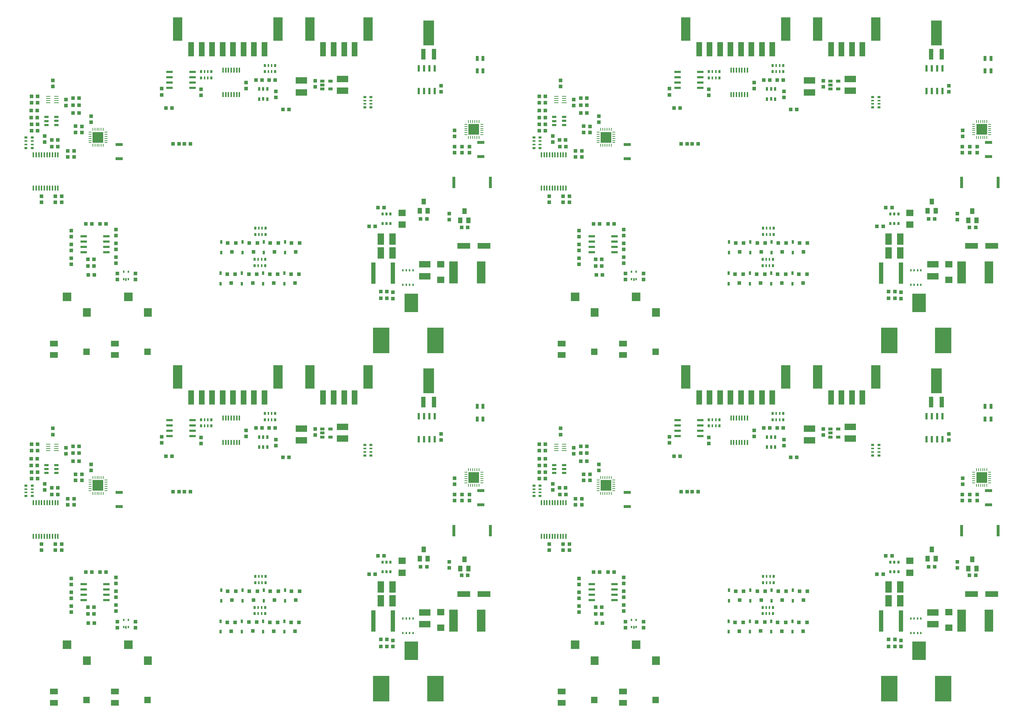
<source format=gtp>
G04*
G04 #@! TF.GenerationSoftware,Altium Limited,Altium Designer,19.0.8 (182)*
G04*
G04 Layer_Color=8421504*
%FSLAX25Y25*%
%MOIN*%
G70*
G01*
G75*
%ADD11R,0.02200X0.03000*%
%ADD12R,0.03740X0.03740*%
%ADD13R,0.04173X0.02559*%
%ADD14R,0.10700X0.06300*%
%ADD15R,0.03740X0.03740*%
%ADD16R,0.02362X0.02953*%
%ADD17R,0.01575X0.02953*%
%ADD18R,0.08661X0.22047*%
%ADD19R,0.05512X0.13386*%
%ADD20R,0.03200X0.03600*%
%ADD21R,0.02400X0.03200*%
%ADD22R,0.02400X0.03200*%
%ADD23R,0.01200X0.04800*%
%ADD24R,0.02953X0.02362*%
%ADD25R,0.02953X0.01575*%
%ADD26O,0.04528X0.00984*%
%ADD27R,0.04528X0.00984*%
%ADD28R,0.02756X0.00984*%
%ADD29R,0.10236X0.10236*%
%ADD30R,0.00984X0.02756*%
%ADD31R,0.11900X0.05600*%
%ADD32R,0.02800X0.04800*%
%ADD34R,0.06693X0.03150*%
%ADD39R,0.04000X0.05600*%
%ADD41R,0.10236X0.10236*%
%ADD42R,0.06200X0.02400*%
%ADD43R,0.07100X0.06300*%
%ADD45R,0.12992X0.17323*%
%ADD46R,0.15354X0.24410*%
%ADD47R,0.07900X0.20900*%
%ADD48R,0.06600X0.06000*%
%ADD49R,0.06300X0.10700*%
%ADD50R,0.02400X0.06000*%
%ADD51R,0.01500X0.02000*%
%ADD52R,0.01200X0.02600*%
%ADD53R,0.06000X0.02400*%
%ADD54R,0.01496X0.04921*%
%ADD55R,0.04000X0.09900*%
%ADD56R,0.09900X0.23700*%
%ADD57R,0.01496X0.02362*%
%ADD59R,0.04331X0.02200*%
%ADD90R,0.07480X0.05512*%
%ADD91R,0.07874X0.08268*%
%ADD92R,0.05906X0.06299*%
%ADD93R,0.07480X0.08268*%
%ADD94R,0.02756X0.11024*%
%ADD95R,0.03937X0.20079*%
D11*
X389403Y150000D02*
D03*
X393143D02*
D03*
X396943D02*
D03*
Y159000D02*
D03*
X389403D02*
D03*
X393143D02*
D03*
X866890Y150000D02*
D03*
X870630D02*
D03*
X874430D02*
D03*
Y159000D02*
D03*
X866890D02*
D03*
X870630D02*
D03*
X389403Y477487D02*
D03*
X393143D02*
D03*
X396943D02*
D03*
Y486487D02*
D03*
X389403D02*
D03*
X393143D02*
D03*
X866890Y477487D02*
D03*
X870630D02*
D03*
X874430D02*
D03*
Y486487D02*
D03*
X866890D02*
D03*
X870630D02*
D03*
D12*
X276140Y285233D02*
D03*
X270432D02*
D03*
X59492Y269840D02*
D03*
X65200D02*
D03*
X59285Y256300D02*
D03*
X64994D02*
D03*
X104140Y261500D02*
D03*
X98432D02*
D03*
X59272Y249881D02*
D03*
X64981D02*
D03*
X112451Y110198D02*
D03*
X118160D02*
D03*
X116160Y149698D02*
D03*
X110451D02*
D03*
X387884Y79654D02*
D03*
X393593D02*
D03*
X382593Y147500D02*
D03*
X376884D02*
D03*
X393593Y86154D02*
D03*
X387884D02*
D03*
X469593Y146500D02*
D03*
X463884D02*
D03*
X65200Y263840D02*
D03*
X59492D02*
D03*
X98432Y268000D02*
D03*
X104140D02*
D03*
X104175Y254040D02*
D03*
X98466D02*
D03*
X84100Y228840D02*
D03*
X78392D02*
D03*
X84300Y222440D02*
D03*
X78592D02*
D03*
X65140Y237500D02*
D03*
X59432D02*
D03*
X65140Y243500D02*
D03*
X59432D02*
D03*
X118190Y116498D02*
D03*
X112481D02*
D03*
X112951Y101698D02*
D03*
X118660D02*
D03*
X129660Y149698D02*
D03*
X123951D02*
D03*
X288668Y285233D02*
D03*
X282959D02*
D03*
X301513Y257500D02*
D03*
X295804D02*
D03*
X208831Y225173D02*
D03*
X203122D02*
D03*
X192634D02*
D03*
X198343D02*
D03*
X185932Y258700D02*
D03*
X191640D02*
D03*
X431093Y154500D02*
D03*
X425384D02*
D03*
X390940Y165000D02*
D03*
X385232D02*
D03*
X753627Y285233D02*
D03*
X747919D02*
D03*
X536979Y269840D02*
D03*
X542687D02*
D03*
X536772Y256300D02*
D03*
X542481D02*
D03*
X581628Y261500D02*
D03*
X575919D02*
D03*
X536759Y249881D02*
D03*
X542468D02*
D03*
X589938Y110198D02*
D03*
X595647D02*
D03*
X593647Y149698D02*
D03*
X587938D02*
D03*
X865371Y79654D02*
D03*
X871080D02*
D03*
X860080Y147500D02*
D03*
X854371D02*
D03*
X871080Y86154D02*
D03*
X865371D02*
D03*
X947080Y146500D02*
D03*
X941371D02*
D03*
X542687Y263840D02*
D03*
X536979D02*
D03*
X575919Y268000D02*
D03*
X581628D02*
D03*
X581662Y254040D02*
D03*
X575953D02*
D03*
X561587Y228840D02*
D03*
X555879D02*
D03*
X561787Y222440D02*
D03*
X556079D02*
D03*
X542627Y237500D02*
D03*
X536919D02*
D03*
X542627Y243500D02*
D03*
X536919D02*
D03*
X595677Y116498D02*
D03*
X589968D02*
D03*
X590438Y101698D02*
D03*
X596147D02*
D03*
X607147Y149698D02*
D03*
X601438D02*
D03*
X766155Y285233D02*
D03*
X760446D02*
D03*
X779000Y257500D02*
D03*
X773291D02*
D03*
X686318Y225173D02*
D03*
X680609D02*
D03*
X670121D02*
D03*
X675830D02*
D03*
X663419Y258700D02*
D03*
X669128D02*
D03*
X908580Y154500D02*
D03*
X902871D02*
D03*
X868427Y165000D02*
D03*
X862719D02*
D03*
X276140Y612720D02*
D03*
X270432D02*
D03*
X59492Y597327D02*
D03*
X65200D02*
D03*
X59285Y583787D02*
D03*
X64994D02*
D03*
X104140Y588987D02*
D03*
X98432D02*
D03*
X59272Y577368D02*
D03*
X64981D02*
D03*
X112451Y437685D02*
D03*
X118160D02*
D03*
X116160Y477185D02*
D03*
X110451D02*
D03*
X387884Y407140D02*
D03*
X393593D02*
D03*
X382593Y474987D02*
D03*
X376884D02*
D03*
X393593Y413640D02*
D03*
X387884D02*
D03*
X469593Y473987D02*
D03*
X463884D02*
D03*
X65200Y591327D02*
D03*
X59492D02*
D03*
X98432Y595487D02*
D03*
X104140D02*
D03*
X104175Y581527D02*
D03*
X98466D02*
D03*
X84100Y556327D02*
D03*
X78392D02*
D03*
X84300Y549927D02*
D03*
X78592D02*
D03*
X65140Y564987D02*
D03*
X59432D02*
D03*
X65140Y570987D02*
D03*
X59432D02*
D03*
X118190Y443985D02*
D03*
X112481D02*
D03*
X112951Y429185D02*
D03*
X118660D02*
D03*
X129660Y477185D02*
D03*
X123951D02*
D03*
X288668Y612720D02*
D03*
X282959D02*
D03*
X301513Y584987D02*
D03*
X295804D02*
D03*
X208831Y552660D02*
D03*
X203122D02*
D03*
X192634D02*
D03*
X198343D02*
D03*
X185932Y586187D02*
D03*
X191640D02*
D03*
X431093Y481987D02*
D03*
X425384D02*
D03*
X390940Y492487D02*
D03*
X385232D02*
D03*
X753627Y612720D02*
D03*
X747919D02*
D03*
X536979Y597327D02*
D03*
X542687D02*
D03*
X536772Y583787D02*
D03*
X542481D02*
D03*
X581628Y588987D02*
D03*
X575919D02*
D03*
X536759Y577368D02*
D03*
X542468D02*
D03*
X589938Y437685D02*
D03*
X595647D02*
D03*
X593647Y477185D02*
D03*
X587938D02*
D03*
X865371Y407140D02*
D03*
X871080D02*
D03*
X860080Y474987D02*
D03*
X854371D02*
D03*
X871080Y413640D02*
D03*
X865371D02*
D03*
X947080Y473987D02*
D03*
X941371D02*
D03*
X542687Y591327D02*
D03*
X536979D02*
D03*
X575919Y595487D02*
D03*
X581628D02*
D03*
X581662Y581527D02*
D03*
X575953D02*
D03*
X561587Y556327D02*
D03*
X555879D02*
D03*
X561787Y549927D02*
D03*
X556079D02*
D03*
X542627Y564987D02*
D03*
X536919D02*
D03*
X542627Y570987D02*
D03*
X536919D02*
D03*
X595677Y443985D02*
D03*
X589968D02*
D03*
X590438Y429185D02*
D03*
X596147D02*
D03*
X607147Y477185D02*
D03*
X601438D02*
D03*
X766155Y612720D02*
D03*
X760446D02*
D03*
X779000Y584987D02*
D03*
X773291D02*
D03*
X686318Y552660D02*
D03*
X680609D02*
D03*
X670121D02*
D03*
X675830D02*
D03*
X663419Y586187D02*
D03*
X669128D02*
D03*
X908580Y481987D02*
D03*
X902871D02*
D03*
X868427Y492487D02*
D03*
X862719D02*
D03*
D13*
X340526Y284190D02*
D03*
Y276710D02*
D03*
X333046D02*
D03*
Y280450D02*
D03*
Y284190D02*
D03*
X818013D02*
D03*
Y276710D02*
D03*
X810533D02*
D03*
Y280450D02*
D03*
Y284190D02*
D03*
X340526Y611677D02*
D03*
Y604197D02*
D03*
X333046D02*
D03*
Y607937D02*
D03*
Y611677D02*
D03*
X818013D02*
D03*
Y604197D02*
D03*
X810533D02*
D03*
Y607937D02*
D03*
Y611677D02*
D03*
D14*
X351786Y275087D02*
D03*
Y286198D02*
D03*
X313286Y284632D02*
D03*
Y273520D02*
D03*
X429239Y100488D02*
D03*
Y111600D02*
D03*
X829273Y275087D02*
D03*
Y286198D02*
D03*
X790773Y284632D02*
D03*
Y273520D02*
D03*
X906725Y100488D02*
D03*
Y111600D02*
D03*
X351786Y602574D02*
D03*
Y613685D02*
D03*
X313286Y612119D02*
D03*
Y601007D02*
D03*
X429239Y427975D02*
D03*
Y439087D02*
D03*
X829273Y602574D02*
D03*
Y613685D02*
D03*
X790773Y612119D02*
D03*
Y601007D02*
D03*
X906725Y427975D02*
D03*
Y439087D02*
D03*
D15*
X326286Y278646D02*
D03*
Y284354D02*
D03*
X107046Y241541D02*
D03*
Y235832D02*
D03*
X79546Y284741D02*
D03*
Y279032D02*
D03*
X93546Y212832D02*
D03*
Y218541D02*
D03*
X99546Y212832D02*
D03*
Y218541D02*
D03*
X91846Y260986D02*
D03*
Y266694D02*
D03*
X138805Y112844D02*
D03*
Y118552D02*
D03*
Y125844D02*
D03*
Y131552D02*
D03*
Y144552D02*
D03*
Y138844D02*
D03*
X96805Y124844D02*
D03*
Y130552D02*
D03*
Y137844D02*
D03*
Y143552D02*
D03*
Y111844D02*
D03*
Y117552D02*
D03*
X140305Y97344D02*
D03*
Y103052D02*
D03*
X471167Y216824D02*
D03*
Y222533D02*
D03*
X464166D02*
D03*
Y216824D02*
D03*
X72046Y232541D02*
D03*
Y226832D02*
D03*
X68786Y175854D02*
D03*
Y170146D02*
D03*
X452239Y159354D02*
D03*
Y153646D02*
D03*
X115546Y245332D02*
D03*
Y251041D02*
D03*
X101046Y235876D02*
D03*
Y241584D02*
D03*
X81786Y175854D02*
D03*
Y170146D02*
D03*
X87786Y175854D02*
D03*
Y170146D02*
D03*
X399238Y85268D02*
D03*
Y79559D02*
D03*
X157286Y102975D02*
D03*
Y97267D02*
D03*
X218786Y276396D02*
D03*
Y270687D02*
D03*
X181786Y276939D02*
D03*
Y271230D02*
D03*
X261286Y277146D02*
D03*
Y282854D02*
D03*
X289286Y268646D02*
D03*
Y274354D02*
D03*
X457166Y222533D02*
D03*
Y216824D02*
D03*
X457286Y232146D02*
D03*
Y237854D02*
D03*
X444486Y273946D02*
D03*
Y279654D02*
D03*
X803773Y278646D02*
D03*
Y284354D02*
D03*
X584533Y241541D02*
D03*
Y235832D02*
D03*
X557033Y284741D02*
D03*
Y279032D02*
D03*
X571033Y212832D02*
D03*
Y218541D02*
D03*
X577033Y212832D02*
D03*
Y218541D02*
D03*
X569333Y260986D02*
D03*
Y266694D02*
D03*
X616292Y112844D02*
D03*
Y118552D02*
D03*
Y125844D02*
D03*
Y131552D02*
D03*
Y144552D02*
D03*
Y138844D02*
D03*
X574292Y124844D02*
D03*
Y130552D02*
D03*
Y137844D02*
D03*
Y143552D02*
D03*
Y111844D02*
D03*
Y117552D02*
D03*
X617792Y97344D02*
D03*
Y103052D02*
D03*
X948654Y216824D02*
D03*
Y222533D02*
D03*
X941654D02*
D03*
Y216824D02*
D03*
X549533Y232541D02*
D03*
Y226832D02*
D03*
X546273Y175854D02*
D03*
Y170146D02*
D03*
X929725Y159354D02*
D03*
Y153646D02*
D03*
X593033Y245332D02*
D03*
Y251041D02*
D03*
X578533Y235876D02*
D03*
Y241584D02*
D03*
X559273Y175854D02*
D03*
Y170146D02*
D03*
X565273Y175854D02*
D03*
Y170146D02*
D03*
X876725Y85268D02*
D03*
Y79559D02*
D03*
X634773Y102975D02*
D03*
Y97267D02*
D03*
X696273Y276396D02*
D03*
Y270687D02*
D03*
X659273Y276939D02*
D03*
Y271230D02*
D03*
X738773Y277146D02*
D03*
Y282854D02*
D03*
X766773Y268646D02*
D03*
Y274354D02*
D03*
X934653Y222533D02*
D03*
Y216824D02*
D03*
X934773Y232146D02*
D03*
Y237854D02*
D03*
X921973Y273946D02*
D03*
Y279654D02*
D03*
X326286Y606133D02*
D03*
Y611841D02*
D03*
X107046Y569028D02*
D03*
Y563319D02*
D03*
X79546Y612228D02*
D03*
Y606519D02*
D03*
X93546Y540319D02*
D03*
Y546028D02*
D03*
X99546Y540319D02*
D03*
Y546028D02*
D03*
X91846Y588473D02*
D03*
Y594181D02*
D03*
X138805Y440331D02*
D03*
Y446039D02*
D03*
Y453331D02*
D03*
Y459039D02*
D03*
Y472039D02*
D03*
Y466331D02*
D03*
X96805Y452331D02*
D03*
Y458039D02*
D03*
Y465331D02*
D03*
Y471039D02*
D03*
Y439331D02*
D03*
Y445039D02*
D03*
X140305Y424831D02*
D03*
Y430539D02*
D03*
X471167Y544311D02*
D03*
Y550020D02*
D03*
X464166D02*
D03*
Y544311D02*
D03*
X72046Y560028D02*
D03*
Y554319D02*
D03*
X68786Y503341D02*
D03*
Y497633D02*
D03*
X452239Y486841D02*
D03*
Y481133D02*
D03*
X115546Y572819D02*
D03*
Y578528D02*
D03*
X101046Y563363D02*
D03*
Y569071D02*
D03*
X81786Y503341D02*
D03*
Y497633D02*
D03*
X87786Y503341D02*
D03*
Y497633D02*
D03*
X399238Y412754D02*
D03*
Y407046D02*
D03*
X157286Y430462D02*
D03*
Y424754D02*
D03*
X218786Y603883D02*
D03*
Y598174D02*
D03*
X181786Y604426D02*
D03*
Y598717D02*
D03*
X261286Y604633D02*
D03*
Y610341D02*
D03*
X289286Y596133D02*
D03*
Y601841D02*
D03*
X457166Y550020D02*
D03*
Y544311D02*
D03*
X457286Y559633D02*
D03*
Y565341D02*
D03*
X444486Y601433D02*
D03*
Y607141D02*
D03*
X803773Y606133D02*
D03*
Y611841D02*
D03*
X584533Y569028D02*
D03*
Y563319D02*
D03*
X557033Y612228D02*
D03*
Y606519D02*
D03*
X571033Y540319D02*
D03*
Y546028D02*
D03*
X577033Y540319D02*
D03*
Y546028D02*
D03*
X569333Y588473D02*
D03*
Y594181D02*
D03*
X616292Y440331D02*
D03*
Y446039D02*
D03*
Y453331D02*
D03*
Y459039D02*
D03*
Y472039D02*
D03*
Y466331D02*
D03*
X574292Y452331D02*
D03*
Y458039D02*
D03*
Y465331D02*
D03*
Y471039D02*
D03*
Y439331D02*
D03*
Y445039D02*
D03*
X617792Y424831D02*
D03*
Y430539D02*
D03*
X948654Y544311D02*
D03*
Y550020D02*
D03*
X941654D02*
D03*
Y544311D02*
D03*
X549533Y560028D02*
D03*
Y554319D02*
D03*
X546273Y503341D02*
D03*
Y497633D02*
D03*
X929725Y486841D02*
D03*
Y481133D02*
D03*
X593033Y572819D02*
D03*
Y578528D02*
D03*
X578533Y563363D02*
D03*
Y569071D02*
D03*
X559273Y503341D02*
D03*
Y497633D02*
D03*
X565273Y503341D02*
D03*
Y497633D02*
D03*
X876725Y412754D02*
D03*
Y407046D02*
D03*
X634773Y430462D02*
D03*
Y424754D02*
D03*
X696273Y603883D02*
D03*
Y598174D02*
D03*
X659273Y604426D02*
D03*
Y598717D02*
D03*
X738773Y604633D02*
D03*
Y610341D02*
D03*
X766773Y596133D02*
D03*
Y601841D02*
D03*
X934653Y550020D02*
D03*
Y544311D02*
D03*
X934773Y559633D02*
D03*
Y565341D02*
D03*
X921973Y601433D02*
D03*
Y607141D02*
D03*
D16*
X279129Y116312D02*
D03*
Y110407D02*
D03*
X269286Y116312D02*
D03*
Y110407D02*
D03*
X279656Y145612D02*
D03*
Y139707D02*
D03*
X269814Y145612D02*
D03*
Y139707D02*
D03*
X288633Y298905D02*
D03*
Y293000D02*
D03*
X278790Y298905D02*
D03*
Y293000D02*
D03*
X228633Y292990D02*
D03*
Y287085D02*
D03*
X218790Y292990D02*
D03*
Y287085D02*
D03*
X756616Y116312D02*
D03*
Y110407D02*
D03*
X746773Y116312D02*
D03*
Y110407D02*
D03*
X757143Y145612D02*
D03*
Y139707D02*
D03*
X747301Y145612D02*
D03*
Y139707D02*
D03*
X766120Y298905D02*
D03*
Y293000D02*
D03*
X756277Y298905D02*
D03*
Y293000D02*
D03*
X706120Y292990D02*
D03*
Y287085D02*
D03*
X696277Y292990D02*
D03*
Y287085D02*
D03*
X279129Y443799D02*
D03*
Y437894D02*
D03*
X269286Y443799D02*
D03*
Y437894D02*
D03*
X279656Y473099D02*
D03*
Y467194D02*
D03*
X269814Y473099D02*
D03*
Y467194D02*
D03*
X288633Y626393D02*
D03*
Y620487D02*
D03*
X278790Y626393D02*
D03*
Y620487D02*
D03*
X228633Y620477D02*
D03*
Y614572D02*
D03*
X218790Y620477D02*
D03*
Y614572D02*
D03*
X756616Y443799D02*
D03*
Y437894D02*
D03*
X746773Y443799D02*
D03*
Y437894D02*
D03*
X757143Y473099D02*
D03*
Y467194D02*
D03*
X747301Y473099D02*
D03*
Y467194D02*
D03*
X766120Y626393D02*
D03*
Y620487D02*
D03*
X756277Y626393D02*
D03*
Y620487D02*
D03*
X706120Y620477D02*
D03*
Y614572D02*
D03*
X696277Y620477D02*
D03*
Y614572D02*
D03*
D17*
X275782Y116312D02*
D03*
Y110407D02*
D03*
X272633Y116312D02*
D03*
Y110407D02*
D03*
X276310Y145612D02*
D03*
Y139707D02*
D03*
X273160Y145612D02*
D03*
Y139707D02*
D03*
X285286Y298905D02*
D03*
Y293000D02*
D03*
X282137Y298905D02*
D03*
Y293000D02*
D03*
X225286Y292990D02*
D03*
Y287085D02*
D03*
X222137Y292990D02*
D03*
Y287085D02*
D03*
X753269Y116312D02*
D03*
Y110407D02*
D03*
X750120Y116312D02*
D03*
Y110407D02*
D03*
X753797Y145612D02*
D03*
Y139707D02*
D03*
X750647Y145612D02*
D03*
Y139707D02*
D03*
X762773Y298905D02*
D03*
Y293000D02*
D03*
X759623Y298905D02*
D03*
Y293000D02*
D03*
X702773Y292990D02*
D03*
Y287085D02*
D03*
X699623Y292990D02*
D03*
Y287085D02*
D03*
X275782Y443799D02*
D03*
Y437894D02*
D03*
X272633Y443799D02*
D03*
Y437894D02*
D03*
X276310Y473099D02*
D03*
Y467194D02*
D03*
X273160Y473099D02*
D03*
Y467194D02*
D03*
X285286Y626393D02*
D03*
Y620487D02*
D03*
X282137Y626393D02*
D03*
Y620487D02*
D03*
X225286Y620477D02*
D03*
Y614572D02*
D03*
X222137Y620477D02*
D03*
Y614572D02*
D03*
X753269Y443799D02*
D03*
Y437894D02*
D03*
X750120Y443799D02*
D03*
Y437894D02*
D03*
X753797Y473099D02*
D03*
Y467194D02*
D03*
X750647Y473099D02*
D03*
Y467194D02*
D03*
X762773Y626393D02*
D03*
Y620487D02*
D03*
X759623Y626393D02*
D03*
Y620487D02*
D03*
X702773Y620477D02*
D03*
Y614572D02*
D03*
X699623Y620477D02*
D03*
Y614572D02*
D03*
D18*
X375827Y333095D02*
D03*
X321103D02*
D03*
X291097D02*
D03*
X197003D02*
D03*
X853314D02*
D03*
X798590D02*
D03*
X768584D02*
D03*
X674490D02*
D03*
X375827Y660581D02*
D03*
X321103D02*
D03*
X291097D02*
D03*
X197003D02*
D03*
X853314D02*
D03*
X798590D02*
D03*
X768584D02*
D03*
X674490D02*
D03*
D19*
X363229Y314000D02*
D03*
X353386D02*
D03*
X343544D02*
D03*
X333701D02*
D03*
X278499D02*
D03*
X268656D02*
D03*
X258814D02*
D03*
X248971D02*
D03*
X239129D02*
D03*
X229286D02*
D03*
X219444D02*
D03*
X209601D02*
D03*
X840716D02*
D03*
X830873D02*
D03*
X821031D02*
D03*
X811188D02*
D03*
X755986D02*
D03*
X746143D02*
D03*
X736301D02*
D03*
X726458D02*
D03*
X716616D02*
D03*
X706773D02*
D03*
X696931D02*
D03*
X687088D02*
D03*
X363229Y641487D02*
D03*
X353386D02*
D03*
X343544D02*
D03*
X333701D02*
D03*
X278499D02*
D03*
X268656D02*
D03*
X258814D02*
D03*
X248971D02*
D03*
X239129D02*
D03*
X229286D02*
D03*
X219444D02*
D03*
X209601D02*
D03*
X840716D02*
D03*
X830873D02*
D03*
X821031D02*
D03*
X811188D02*
D03*
X755986D02*
D03*
X746143D02*
D03*
X736301D02*
D03*
X726458D02*
D03*
X716616D02*
D03*
X706773D02*
D03*
X696931D02*
D03*
X687088D02*
D03*
D20*
X247286Y94007D02*
D03*
X243486Y102344D02*
D03*
X251026D02*
D03*
X247814Y123307D02*
D03*
X244014Y131644D02*
D03*
X251554D02*
D03*
X307286Y94007D02*
D03*
X303486Y102344D02*
D03*
X311026D02*
D03*
X307814Y123307D02*
D03*
X304014Y131644D02*
D03*
X311554D02*
D03*
X287286Y94007D02*
D03*
X283486Y102344D02*
D03*
X291026D02*
D03*
X287814Y123307D02*
D03*
X284014Y131644D02*
D03*
X291554D02*
D03*
X267546Y94070D02*
D03*
X263746Y102407D02*
D03*
X271286D02*
D03*
X268074Y123370D02*
D03*
X264274Y131707D02*
D03*
X271814D02*
D03*
X724773Y94007D02*
D03*
X720973Y102344D02*
D03*
X728513D02*
D03*
X725301Y123307D02*
D03*
X721501Y131644D02*
D03*
X729041D02*
D03*
X784773Y94007D02*
D03*
X780973Y102344D02*
D03*
X788513D02*
D03*
X785301Y123307D02*
D03*
X781501Y131644D02*
D03*
X789041D02*
D03*
X764773Y94007D02*
D03*
X760973Y102344D02*
D03*
X768513D02*
D03*
X765301Y123307D02*
D03*
X761501Y131644D02*
D03*
X769041D02*
D03*
X745033Y94070D02*
D03*
X741233Y102407D02*
D03*
X748773D02*
D03*
X745561Y123370D02*
D03*
X741760Y131707D02*
D03*
X749301D02*
D03*
X247286Y421494D02*
D03*
X243486Y429831D02*
D03*
X251026D02*
D03*
X247814Y450794D02*
D03*
X244014Y459131D02*
D03*
X251554D02*
D03*
X307286Y421494D02*
D03*
X303486Y429831D02*
D03*
X311026D02*
D03*
X307814Y450794D02*
D03*
X304014Y459131D02*
D03*
X311554D02*
D03*
X287286Y421494D02*
D03*
X283486Y429831D02*
D03*
X291026D02*
D03*
X287814Y450794D02*
D03*
X284014Y459131D02*
D03*
X291554D02*
D03*
X267546Y421557D02*
D03*
X263746Y429894D02*
D03*
X271286D02*
D03*
X268074Y450857D02*
D03*
X264274Y459194D02*
D03*
X271814D02*
D03*
X724773Y421494D02*
D03*
X720973Y429831D02*
D03*
X728513D02*
D03*
X725301Y450794D02*
D03*
X721501Y459131D02*
D03*
X729041D02*
D03*
X784773Y421494D02*
D03*
X780973Y429831D02*
D03*
X788513D02*
D03*
X785301Y450794D02*
D03*
X781501Y459131D02*
D03*
X789041D02*
D03*
X764773Y421494D02*
D03*
X760973Y429831D02*
D03*
X768513D02*
D03*
X765301Y450794D02*
D03*
X761501Y459131D02*
D03*
X769041D02*
D03*
X745033Y421557D02*
D03*
X741233Y429894D02*
D03*
X748773D02*
D03*
X745561Y450857D02*
D03*
X741760Y459194D02*
D03*
X749301D02*
D03*
D21*
X257286Y103328D02*
D03*
Y93407D02*
D03*
X257814Y132628D02*
D03*
Y122707D02*
D03*
X297286Y103328D02*
D03*
Y93407D02*
D03*
X297814Y132628D02*
D03*
Y122707D02*
D03*
X277286Y103328D02*
D03*
Y93407D02*
D03*
X277814Y132628D02*
D03*
Y122707D02*
D03*
X237286Y103328D02*
D03*
Y93407D02*
D03*
X237814Y132628D02*
D03*
Y122707D02*
D03*
X734773Y103328D02*
D03*
Y93407D02*
D03*
X735301Y132628D02*
D03*
Y122707D02*
D03*
X774773Y103328D02*
D03*
Y93407D02*
D03*
X775301Y132628D02*
D03*
Y122707D02*
D03*
X754773Y103328D02*
D03*
Y93407D02*
D03*
X755301Y132628D02*
D03*
Y122707D02*
D03*
X714773Y103328D02*
D03*
Y93407D02*
D03*
X715301Y132628D02*
D03*
Y122707D02*
D03*
X257286Y430815D02*
D03*
Y420894D02*
D03*
X257814Y460115D02*
D03*
Y450194D02*
D03*
X297286Y430815D02*
D03*
Y420894D02*
D03*
X297814Y460115D02*
D03*
Y450194D02*
D03*
X277286Y430815D02*
D03*
Y420894D02*
D03*
X277814Y460115D02*
D03*
Y450194D02*
D03*
X237286Y430815D02*
D03*
Y420894D02*
D03*
X237814Y460115D02*
D03*
Y450194D02*
D03*
X734773Y430815D02*
D03*
Y420894D02*
D03*
X735301Y460115D02*
D03*
Y450194D02*
D03*
X774773Y430815D02*
D03*
Y420894D02*
D03*
X775301Y460115D02*
D03*
Y450194D02*
D03*
X754773Y430815D02*
D03*
Y420894D02*
D03*
X755301Y460115D02*
D03*
Y450194D02*
D03*
X714773Y430815D02*
D03*
Y420894D02*
D03*
X715301Y460115D02*
D03*
Y450194D02*
D03*
D22*
X281086Y276724D02*
D03*
X277286D02*
D03*
X273546D02*
D03*
Y267200D02*
D03*
X281086D02*
D03*
X277286Y267276D02*
D03*
X758573Y276724D02*
D03*
X754773D02*
D03*
X751033D02*
D03*
Y267200D02*
D03*
X758573D02*
D03*
X754773Y267276D02*
D03*
X281086Y604211D02*
D03*
X277286D02*
D03*
X273546D02*
D03*
Y594687D02*
D03*
X281086D02*
D03*
X277286Y594763D02*
D03*
X758573Y604211D02*
D03*
X754773D02*
D03*
X751033D02*
D03*
Y594687D02*
D03*
X758573D02*
D03*
X754773Y594763D02*
D03*
D23*
X254963Y271532D02*
D03*
X252404D02*
D03*
X249845D02*
D03*
X247286D02*
D03*
X244686D02*
D03*
X242086D02*
D03*
X239586D02*
D03*
X254963Y294449D02*
D03*
X252404D02*
D03*
X249845D02*
D03*
X247286D02*
D03*
X244686D02*
D03*
X242086D02*
D03*
X239586D02*
D03*
X732450Y271532D02*
D03*
X729891D02*
D03*
X727332D02*
D03*
X724773D02*
D03*
X722173D02*
D03*
X719573D02*
D03*
X717073D02*
D03*
X732450Y294449D02*
D03*
X729891D02*
D03*
X727332D02*
D03*
X724773D02*
D03*
X722173D02*
D03*
X719573D02*
D03*
X717073D02*
D03*
X254963Y599018D02*
D03*
X252404D02*
D03*
X249845D02*
D03*
X247286D02*
D03*
X244686D02*
D03*
X242086D02*
D03*
X239586D02*
D03*
X254963Y621936D02*
D03*
X252404D02*
D03*
X249845D02*
D03*
X247286D02*
D03*
X244686D02*
D03*
X242086D02*
D03*
X239586D02*
D03*
X732450Y599018D02*
D03*
X729891D02*
D03*
X727332D02*
D03*
X724773D02*
D03*
X722173D02*
D03*
X719573D02*
D03*
X717073D02*
D03*
X732450Y621936D02*
D03*
X729891D02*
D03*
X727332D02*
D03*
X724773D02*
D03*
X722173D02*
D03*
X719573D02*
D03*
X717073D02*
D03*
D24*
X378692Y259344D02*
D03*
X372786D02*
D03*
X378692Y269187D02*
D03*
X372786D02*
D03*
X54286Y230996D02*
D03*
X60192D02*
D03*
X54286Y221153D02*
D03*
X60192D02*
D03*
X856179Y259344D02*
D03*
X850273D02*
D03*
X856179Y269187D02*
D03*
X850273D02*
D03*
X531773Y230996D02*
D03*
X537679D02*
D03*
X531773Y221153D02*
D03*
X537679D02*
D03*
X378692Y586831D02*
D03*
X372786D02*
D03*
X378692Y596674D02*
D03*
X372786D02*
D03*
X54286Y558483D02*
D03*
X60192D02*
D03*
X54286Y548640D02*
D03*
X60192D02*
D03*
X856179Y586831D02*
D03*
X850273D02*
D03*
X856179Y596674D02*
D03*
X850273D02*
D03*
X531773Y558483D02*
D03*
X537679D02*
D03*
X531773Y548640D02*
D03*
X537679D02*
D03*
D25*
X378692Y262691D02*
D03*
X372786D02*
D03*
X378692Y265840D02*
D03*
X372786D02*
D03*
X54286Y227650D02*
D03*
X60192D02*
D03*
X54286Y224500D02*
D03*
X60192D02*
D03*
X856179Y262691D02*
D03*
X850273D02*
D03*
X856179Y265840D02*
D03*
X850273D02*
D03*
X531773Y227650D02*
D03*
X537679D02*
D03*
X531773Y224500D02*
D03*
X537679D02*
D03*
X378692Y590177D02*
D03*
X372786D02*
D03*
X378692Y593327D02*
D03*
X372786D02*
D03*
X54286Y555137D02*
D03*
X60192D02*
D03*
X54286Y551987D02*
D03*
X60192D02*
D03*
X856179Y590177D02*
D03*
X850273D02*
D03*
X856179Y593327D02*
D03*
X850273D02*
D03*
X531773Y555137D02*
D03*
X537679D02*
D03*
X531773Y551987D02*
D03*
X537679D02*
D03*
D26*
X75366Y267809D02*
D03*
Y265840D02*
D03*
Y263872D02*
D03*
X82846Y267809D02*
D03*
Y265840D02*
D03*
Y269777D02*
D03*
X75366D02*
D03*
X552853Y267809D02*
D03*
Y265840D02*
D03*
Y263872D02*
D03*
X560333Y267809D02*
D03*
Y265840D02*
D03*
Y269777D02*
D03*
X552853D02*
D03*
X75366Y595296D02*
D03*
Y593327D02*
D03*
Y591359D02*
D03*
X82846Y595296D02*
D03*
Y593327D02*
D03*
Y597264D02*
D03*
X75366D02*
D03*
X552853Y595296D02*
D03*
Y593327D02*
D03*
Y591359D02*
D03*
X560333Y595296D02*
D03*
Y593327D02*
D03*
Y597264D02*
D03*
X552853D02*
D03*
D27*
X82846Y263872D02*
D03*
X560333D02*
D03*
X82846Y591359D02*
D03*
X560333D02*
D03*
D28*
X114566Y236108D02*
D03*
Y234139D02*
D03*
Y232171D02*
D03*
Y230202D02*
D03*
Y228234D02*
D03*
Y226265D02*
D03*
X129526Y236108D02*
D03*
Y234139D02*
D03*
Y232171D02*
D03*
Y230202D02*
D03*
Y228234D02*
D03*
Y226265D02*
D03*
X482747Y243500D02*
D03*
Y241531D02*
D03*
Y239563D02*
D03*
Y237595D02*
D03*
Y235626D02*
D03*
Y233658D02*
D03*
X467786D02*
D03*
Y235626D02*
D03*
Y237595D02*
D03*
Y239563D02*
D03*
Y241531D02*
D03*
Y243500D02*
D03*
X592053Y236108D02*
D03*
Y234139D02*
D03*
Y232171D02*
D03*
Y230202D02*
D03*
Y228234D02*
D03*
Y226265D02*
D03*
X607013Y236108D02*
D03*
Y234139D02*
D03*
Y232171D02*
D03*
Y230202D02*
D03*
Y228234D02*
D03*
Y226265D02*
D03*
X960234Y243500D02*
D03*
Y241531D02*
D03*
Y239563D02*
D03*
Y237595D02*
D03*
Y235626D02*
D03*
Y233658D02*
D03*
X945273D02*
D03*
Y235626D02*
D03*
Y237595D02*
D03*
Y239563D02*
D03*
Y241531D02*
D03*
Y243500D02*
D03*
X114566Y563595D02*
D03*
Y561626D02*
D03*
Y559658D02*
D03*
Y557689D02*
D03*
Y555721D02*
D03*
Y553752D02*
D03*
X129526Y563595D02*
D03*
Y561626D02*
D03*
Y559658D02*
D03*
Y557689D02*
D03*
Y555721D02*
D03*
Y553752D02*
D03*
X482747Y570987D02*
D03*
Y569019D02*
D03*
Y567050D02*
D03*
Y565082D02*
D03*
Y563113D02*
D03*
Y561144D02*
D03*
X467786D02*
D03*
Y563113D02*
D03*
Y565082D02*
D03*
Y567050D02*
D03*
Y569019D02*
D03*
Y570987D02*
D03*
X592053Y563595D02*
D03*
Y561626D02*
D03*
Y559658D02*
D03*
Y557689D02*
D03*
Y555721D02*
D03*
Y553752D02*
D03*
X607013Y563595D02*
D03*
Y561626D02*
D03*
Y559658D02*
D03*
Y557689D02*
D03*
Y555721D02*
D03*
Y553752D02*
D03*
X960234Y570987D02*
D03*
Y569019D02*
D03*
Y567050D02*
D03*
Y565082D02*
D03*
Y563113D02*
D03*
Y561144D02*
D03*
X945273D02*
D03*
Y563113D02*
D03*
Y565082D02*
D03*
Y567050D02*
D03*
Y569019D02*
D03*
Y570987D02*
D03*
D29*
X122046Y231187D02*
D03*
X599533D02*
D03*
X122046Y558674D02*
D03*
X599533D02*
D03*
D30*
X126967Y223706D02*
D03*
X124999D02*
D03*
X123030D02*
D03*
X121062D02*
D03*
X119093D02*
D03*
X117125D02*
D03*
Y238667D02*
D03*
X119093D02*
D03*
X121062D02*
D03*
X123030D02*
D03*
X124999D02*
D03*
X126967D02*
D03*
X470345Y231098D02*
D03*
X472314D02*
D03*
X474282D02*
D03*
X476251D02*
D03*
X478219D02*
D03*
X480188D02*
D03*
X470345Y246059D02*
D03*
X472314D02*
D03*
X474282D02*
D03*
X476251D02*
D03*
X478219D02*
D03*
X480188D02*
D03*
X604454Y223706D02*
D03*
X602486D02*
D03*
X600517D02*
D03*
X598549D02*
D03*
X596580D02*
D03*
X594612D02*
D03*
Y238667D02*
D03*
X596580D02*
D03*
X598549D02*
D03*
X600517D02*
D03*
X602486D02*
D03*
X604454D02*
D03*
X947832Y231098D02*
D03*
X949801D02*
D03*
X951769D02*
D03*
X953738D02*
D03*
X955706D02*
D03*
X957675D02*
D03*
X947832Y246059D02*
D03*
X949801D02*
D03*
X951769D02*
D03*
X953738D02*
D03*
X955706D02*
D03*
X957675D02*
D03*
X126967Y551193D02*
D03*
X124999D02*
D03*
X123030D02*
D03*
X121062D02*
D03*
X119093D02*
D03*
X117125D02*
D03*
Y566154D02*
D03*
X119093D02*
D03*
X121062D02*
D03*
X123030D02*
D03*
X124999D02*
D03*
X126967D02*
D03*
X470345Y558585D02*
D03*
X472314D02*
D03*
X474282D02*
D03*
X476251D02*
D03*
X478219D02*
D03*
X480188D02*
D03*
X470345Y573546D02*
D03*
X472314D02*
D03*
X474282D02*
D03*
X476251D02*
D03*
X478219D02*
D03*
X480188D02*
D03*
X604454Y551193D02*
D03*
X602486D02*
D03*
X600517D02*
D03*
X598549D02*
D03*
X596580D02*
D03*
X594612D02*
D03*
Y566154D02*
D03*
X596580D02*
D03*
X598549D02*
D03*
X600517D02*
D03*
X602486D02*
D03*
X604454D02*
D03*
X947832Y558585D02*
D03*
X949801D02*
D03*
X951769D02*
D03*
X953738D02*
D03*
X955706D02*
D03*
X957675D02*
D03*
X947832Y573546D02*
D03*
X949801D02*
D03*
X951769D02*
D03*
X953738D02*
D03*
X955706D02*
D03*
X957675D02*
D03*
D31*
X465790Y129000D02*
D03*
X484738D02*
D03*
X943277D02*
D03*
X962225D02*
D03*
X465790Y456487D02*
D03*
X484738D02*
D03*
X943277D02*
D03*
X962225D02*
D03*
D32*
X478467Y305484D02*
D03*
X484022D02*
D03*
X478467Y293579D02*
D03*
X484022D02*
D03*
X955954Y305484D02*
D03*
X961509D02*
D03*
X955954Y293579D02*
D03*
X961509D02*
D03*
X478467Y632971D02*
D03*
X484022D02*
D03*
X478467Y621066D02*
D03*
X484022D02*
D03*
X955954Y632971D02*
D03*
X961509D02*
D03*
X955954Y621066D02*
D03*
X961509D02*
D03*
D34*
X481786Y213000D02*
D03*
Y226386D02*
D03*
X142046Y211187D02*
D03*
Y224572D02*
D03*
X959273Y213000D02*
D03*
Y226386D02*
D03*
X619533Y211187D02*
D03*
Y224572D02*
D03*
X481786Y540487D02*
D03*
Y553873D02*
D03*
X142046Y538674D02*
D03*
Y552059D02*
D03*
X959273Y540487D02*
D03*
Y553873D02*
D03*
X619533Y538674D02*
D03*
Y552059D02*
D03*
D39*
X462698Y153000D02*
D03*
X470238D02*
D03*
X466438Y161731D02*
D03*
X424498Y162169D02*
D03*
X432038D02*
D03*
X428238Y170900D02*
D03*
X940185Y153000D02*
D03*
X947725D02*
D03*
X943925Y161731D02*
D03*
X901985Y162169D02*
D03*
X909525D02*
D03*
X905725Y170900D02*
D03*
X462698Y480487D02*
D03*
X470238D02*
D03*
X466438Y489218D02*
D03*
X424498Y489656D02*
D03*
X432038D02*
D03*
X428238Y498387D02*
D03*
X940185Y480487D02*
D03*
X947725D02*
D03*
X943925Y489218D02*
D03*
X901985Y489656D02*
D03*
X909525D02*
D03*
X905725Y498387D02*
D03*
D41*
X475267Y238579D02*
D03*
X952754D02*
D03*
X475267Y566066D02*
D03*
X952754D02*
D03*
D42*
X130005Y123198D02*
D03*
Y128198D02*
D03*
Y138198D02*
D03*
X108675Y123198D02*
D03*
Y128198D02*
D03*
Y138198D02*
D03*
X130005Y133198D02*
D03*
X108675D02*
D03*
X607492Y123198D02*
D03*
Y128198D02*
D03*
Y138198D02*
D03*
X586162Y123198D02*
D03*
Y128198D02*
D03*
Y138198D02*
D03*
X607492Y133198D02*
D03*
X586162D02*
D03*
X130005Y450685D02*
D03*
Y455685D02*
D03*
Y465685D02*
D03*
X108675Y450685D02*
D03*
Y455685D02*
D03*
Y465685D02*
D03*
X130005Y460685D02*
D03*
X108675D02*
D03*
X607492Y450685D02*
D03*
Y455685D02*
D03*
Y465685D02*
D03*
X586162Y450685D02*
D03*
Y455685D02*
D03*
Y465685D02*
D03*
X607492Y460685D02*
D03*
X586162D02*
D03*
D43*
X407738Y148988D02*
D03*
Y160100D02*
D03*
X885225Y148988D02*
D03*
Y160100D02*
D03*
X407738Y476475D02*
D03*
Y487587D02*
D03*
X885225Y476475D02*
D03*
Y487587D02*
D03*
D45*
X416494Y75433D02*
D03*
X893981D02*
D03*
X416494Y402920D02*
D03*
X893981D02*
D03*
D46*
X439132Y40000D02*
D03*
X388345D02*
D03*
X916619D02*
D03*
X865832D02*
D03*
X439132Y367487D02*
D03*
X388345D02*
D03*
X916619D02*
D03*
X865832D02*
D03*
D47*
X482231Y104000D02*
D03*
X456239D02*
D03*
X959718D02*
D03*
X933725D02*
D03*
X482231Y431487D02*
D03*
X456239D02*
D03*
X959718D02*
D03*
X933725D02*
D03*
D48*
X444239Y97100D02*
D03*
Y111900D02*
D03*
X921725Y97100D02*
D03*
Y111900D02*
D03*
X444239Y424587D02*
D03*
Y439387D02*
D03*
X921725Y424587D02*
D03*
Y439387D02*
D03*
D49*
X387727Y122500D02*
D03*
X398838D02*
D03*
X387727Y135500D02*
D03*
X398838D02*
D03*
X865214Y122500D02*
D03*
X876325D02*
D03*
X865214Y135500D02*
D03*
X876325D02*
D03*
X387727Y449987D02*
D03*
X398838D02*
D03*
X387727Y462987D02*
D03*
X398838D02*
D03*
X865214Y449987D02*
D03*
X876325D02*
D03*
X865214Y462987D02*
D03*
X876325D02*
D03*
D50*
X423386Y274700D02*
D03*
Y296200D02*
D03*
X428386Y274700D02*
D03*
X433386D02*
D03*
X428386Y296200D02*
D03*
X433386D02*
D03*
X438386Y274700D02*
D03*
Y296200D02*
D03*
X900873Y274700D02*
D03*
Y296200D02*
D03*
X905873Y274700D02*
D03*
X910873D02*
D03*
X905873Y296200D02*
D03*
X910873D02*
D03*
X915873Y274700D02*
D03*
Y296200D02*
D03*
X423386Y602187D02*
D03*
Y623687D02*
D03*
X428386Y602187D02*
D03*
X433386D02*
D03*
X428386Y623687D02*
D03*
X433386D02*
D03*
X438386Y602187D02*
D03*
Y623687D02*
D03*
X900873Y602187D02*
D03*
Y623687D02*
D03*
X905873Y602187D02*
D03*
X910873D02*
D03*
X905873Y623687D02*
D03*
X910873D02*
D03*
X915873Y602187D02*
D03*
Y623687D02*
D03*
D51*
X146187Y104598D02*
D03*
X150505D02*
D03*
Y97852D02*
D03*
X146191D02*
D03*
X623674Y104598D02*
D03*
X627992D02*
D03*
Y97852D02*
D03*
X623678D02*
D03*
X146187Y432085D02*
D03*
X150505D02*
D03*
Y425339D02*
D03*
X146191D02*
D03*
X623674Y432085D02*
D03*
X627992D02*
D03*
Y425339D02*
D03*
X623678D02*
D03*
D52*
X148305Y97564D02*
D03*
X625792D02*
D03*
X148305Y425051D02*
D03*
X625792D02*
D03*
D53*
X189286Y292585D02*
D03*
X210786D02*
D03*
X189286Y287585D02*
D03*
Y282585D02*
D03*
X210786Y287585D02*
D03*
Y282585D02*
D03*
X189286Y277585D02*
D03*
X210786D02*
D03*
X666773Y292585D02*
D03*
X688273D02*
D03*
X666773Y287585D02*
D03*
Y282585D02*
D03*
X688273Y287585D02*
D03*
Y282585D02*
D03*
X666773Y277585D02*
D03*
X688273D02*
D03*
X189286Y620072D02*
D03*
X210786D02*
D03*
X189286Y615071D02*
D03*
Y610072D02*
D03*
X210786Y615071D02*
D03*
Y610072D02*
D03*
X189286Y605071D02*
D03*
X210786D02*
D03*
X666773Y620072D02*
D03*
X688273D02*
D03*
X666773Y615071D02*
D03*
Y610072D02*
D03*
X688273Y615071D02*
D03*
Y610072D02*
D03*
X666773Y605071D02*
D03*
X688273D02*
D03*
D54*
X61346Y183372D02*
D03*
X63905D02*
D03*
X66464D02*
D03*
X69023D02*
D03*
X71582D02*
D03*
X74141D02*
D03*
X76700D02*
D03*
X79259D02*
D03*
X81818D02*
D03*
X84377D02*
D03*
X84377Y214868D02*
D03*
X81818D02*
D03*
X79259D02*
D03*
X76700D02*
D03*
X74141D02*
D03*
X71582D02*
D03*
X69023D02*
D03*
X66464D02*
D03*
X63905D02*
D03*
X61346D02*
D03*
X538833Y183372D02*
D03*
X541392D02*
D03*
X543951D02*
D03*
X546510D02*
D03*
X549069D02*
D03*
X551628D02*
D03*
X554187D02*
D03*
X556746D02*
D03*
X559305D02*
D03*
X561865D02*
D03*
X561865Y214868D02*
D03*
X559305D02*
D03*
X556746D02*
D03*
X554187D02*
D03*
X551628D02*
D03*
X549069D02*
D03*
X546510D02*
D03*
X543951D02*
D03*
X541392D02*
D03*
X538833D02*
D03*
X61346Y510859D02*
D03*
X63905D02*
D03*
X66464D02*
D03*
X69023D02*
D03*
X71582D02*
D03*
X74141D02*
D03*
X76700D02*
D03*
X79259D02*
D03*
X81818D02*
D03*
X84377D02*
D03*
X84377Y542355D02*
D03*
X81818D02*
D03*
X79259D02*
D03*
X76700D02*
D03*
X74141D02*
D03*
X71582D02*
D03*
X69023D02*
D03*
X66464D02*
D03*
X63905D02*
D03*
X61346D02*
D03*
X538833Y510859D02*
D03*
X541392D02*
D03*
X543951D02*
D03*
X546510D02*
D03*
X549069D02*
D03*
X551628D02*
D03*
X554187D02*
D03*
X556746D02*
D03*
X559305D02*
D03*
X561865D02*
D03*
X561865Y542355D02*
D03*
X559305D02*
D03*
X556746D02*
D03*
X554187D02*
D03*
X551628D02*
D03*
X549069D02*
D03*
X546510D02*
D03*
X543951D02*
D03*
X541392D02*
D03*
X538833D02*
D03*
D55*
X427786Y309500D02*
D03*
X437786D02*
D03*
X905273D02*
D03*
X915273D02*
D03*
X427786Y636987D02*
D03*
X437786D02*
D03*
X905273D02*
D03*
X915273D02*
D03*
D56*
X432786Y329500D02*
D03*
X910273D02*
D03*
X432786Y656987D02*
D03*
X910273D02*
D03*
D57*
X408664Y92264D02*
D03*
X411813D02*
D03*
X414963D02*
D03*
X418112D02*
D03*
X408664Y106043D02*
D03*
X411813D02*
D03*
X414963D02*
D03*
X418112D02*
D03*
X886150Y92264D02*
D03*
X889300D02*
D03*
X892450D02*
D03*
X895599D02*
D03*
X886150Y106043D02*
D03*
X889300D02*
D03*
X892450D02*
D03*
X895599D02*
D03*
X408664Y419751D02*
D03*
X411813D02*
D03*
X414963D02*
D03*
X418112D02*
D03*
X408664Y433530D02*
D03*
X411813D02*
D03*
X414963D02*
D03*
X418112D02*
D03*
X886150Y419751D02*
D03*
X889300D02*
D03*
X892450D02*
D03*
X895599D02*
D03*
X886150Y433530D02*
D03*
X889300D02*
D03*
X892450D02*
D03*
X895599D02*
D03*
D59*
X73397Y246520D02*
D03*
Y242840D02*
D03*
Y250380D02*
D03*
X82846D02*
D03*
Y246580D02*
D03*
Y242840D02*
D03*
X550884Y246520D02*
D03*
Y242840D02*
D03*
Y250380D02*
D03*
X560333D02*
D03*
Y246580D02*
D03*
Y242840D02*
D03*
X73397Y574007D02*
D03*
Y570327D02*
D03*
Y577867D02*
D03*
X82846D02*
D03*
Y574067D02*
D03*
Y570327D02*
D03*
X550884Y574007D02*
D03*
Y570327D02*
D03*
Y577867D02*
D03*
X560333D02*
D03*
Y574067D02*
D03*
Y570327D02*
D03*
D90*
X137932Y37150D02*
D03*
Y26520D02*
D03*
X80432Y37150D02*
D03*
Y26520D02*
D03*
X615419Y37150D02*
D03*
Y26520D02*
D03*
X557919Y37150D02*
D03*
Y26520D02*
D03*
X137932Y364637D02*
D03*
Y354007D02*
D03*
X80432Y364637D02*
D03*
Y354007D02*
D03*
X615419Y364637D02*
D03*
Y354007D02*
D03*
X557919Y364637D02*
D03*
Y354007D02*
D03*
D91*
X150530Y81244D02*
D03*
X93030D02*
D03*
X628017D02*
D03*
X570517D02*
D03*
X150530Y408731D02*
D03*
X93030D02*
D03*
X628017D02*
D03*
X570517D02*
D03*
D92*
X168640Y29276D02*
D03*
X111141D02*
D03*
X646128D02*
D03*
X588627D02*
D03*
X168640Y356763D02*
D03*
X111141D02*
D03*
X646128D02*
D03*
X588627D02*
D03*
D93*
X169034Y66284D02*
D03*
X111534D02*
D03*
X646521D02*
D03*
X589021D02*
D03*
X169034Y393770D02*
D03*
X111534D02*
D03*
X646521D02*
D03*
X589021D02*
D03*
D94*
X490793Y188579D02*
D03*
X456540D02*
D03*
X968279D02*
D03*
X934027D02*
D03*
X490793Y516066D02*
D03*
X456540D02*
D03*
X968279D02*
D03*
X934027D02*
D03*
D95*
X399238Y103500D02*
D03*
X380734D02*
D03*
X876725D02*
D03*
X858222D02*
D03*
X399238Y430987D02*
D03*
X380734D02*
D03*
X876725D02*
D03*
X858222D02*
D03*
M02*

</source>
